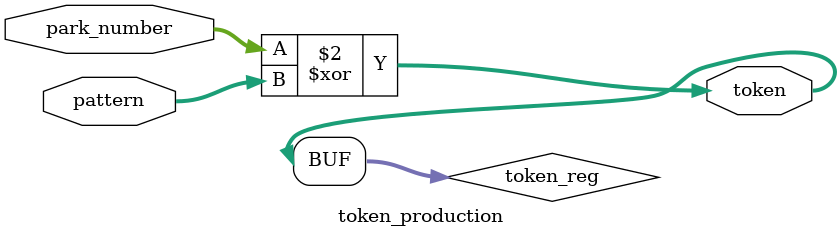
<source format=v>
/*--  *******************************************************
--  Computer Architecture Course, Laboratory Sources 
--  Amirkabir University of Technology (Tehran Polytechnic)
--  Department of Computer Engineering (CE-AUT)
--  https://ce[dot]aut[dot]ac[dot]ir
--  *******************************************************
--  All Rights reserved (C) 2021-2022
--  *******************************************************
--  Student ID  : 
--  Student Name: 
--  Student Mail: 
--  *******************************************************
--  Additional Comments:
--
--*/

/*-----------------------------------------------------------
---  Module Name: token_production 
-----------------------------------------------------------*/
`timescale 1 ns/1 ns
module token_production(
 park_number,
 pattern,
 token);
input [2:0] park_number;
input [2:0] pattern;
output [2:0] token;
reg [2:0] token_reg;
always @(park_number or pattern)
	token_reg<=park_number^pattern;
assign token=token_reg;
endmodule

</source>
